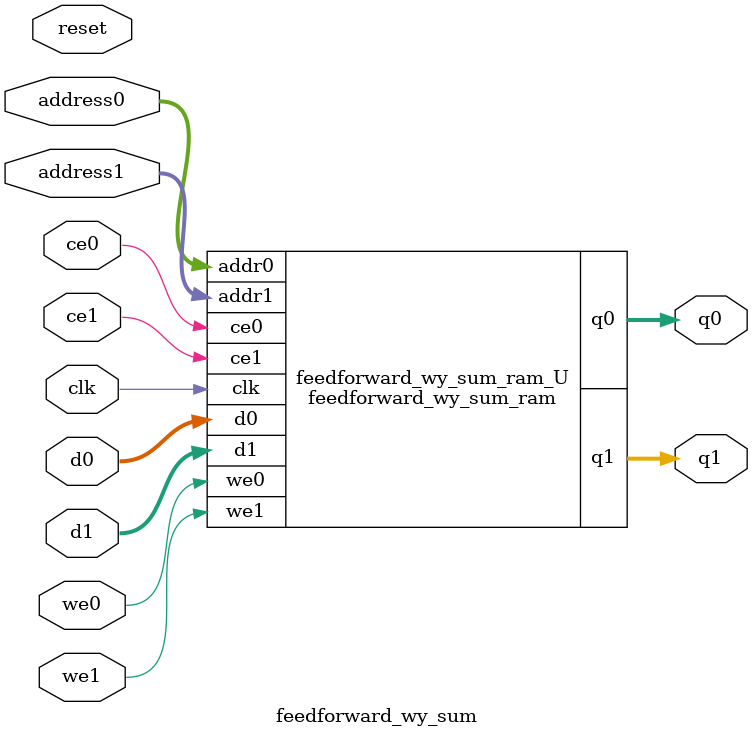
<source format=v>
`timescale 1 ns / 1 ps
module feedforward_wy_sum_ram (addr0, ce0, d0, we0, q0, addr1, ce1, d1, we1, q1,  clk);

parameter DWIDTH = 32;
parameter AWIDTH = 4;
parameter MEM_SIZE = 16;

input[AWIDTH-1:0] addr0;
input ce0;
input[DWIDTH-1:0] d0;
input we0;
output reg[DWIDTH-1:0] q0;
input[AWIDTH-1:0] addr1;
input ce1;
input[DWIDTH-1:0] d1;
input we1;
output reg[DWIDTH-1:0] q1;
input clk;

reg [DWIDTH-1:0] ram[0:MEM_SIZE-1];




always @(posedge clk)  
begin 
    if (ce0) begin
        if (we0) 
            ram[addr0] <= d0; 
        q0 <= ram[addr0];
    end
end


always @(posedge clk)  
begin 
    if (ce1) begin
        if (we1) 
            ram[addr1] <= d1; 
        q1 <= ram[addr1];
    end
end


endmodule

`timescale 1 ns / 1 ps
module feedforward_wy_sum(
    reset,
    clk,
    address0,
    ce0,
    we0,
    d0,
    q0,
    address1,
    ce1,
    we1,
    d1,
    q1);

parameter DataWidth = 32'd32;
parameter AddressRange = 32'd16;
parameter AddressWidth = 32'd4;
input reset;
input clk;
input[AddressWidth - 1:0] address0;
input ce0;
input we0;
input[DataWidth - 1:0] d0;
output[DataWidth - 1:0] q0;
input[AddressWidth - 1:0] address1;
input ce1;
input we1;
input[DataWidth - 1:0] d1;
output[DataWidth - 1:0] q1;



feedforward_wy_sum_ram feedforward_wy_sum_ram_U(
    .clk( clk ),
    .addr0( address0 ),
    .ce0( ce0 ),
    .we0( we0 ),
    .d0( d0 ),
    .q0( q0 ),
    .addr1( address1 ),
    .ce1( ce1 ),
    .we1( we1 ),
    .d1( d1 ),
    .q1( q1 ));

endmodule


</source>
